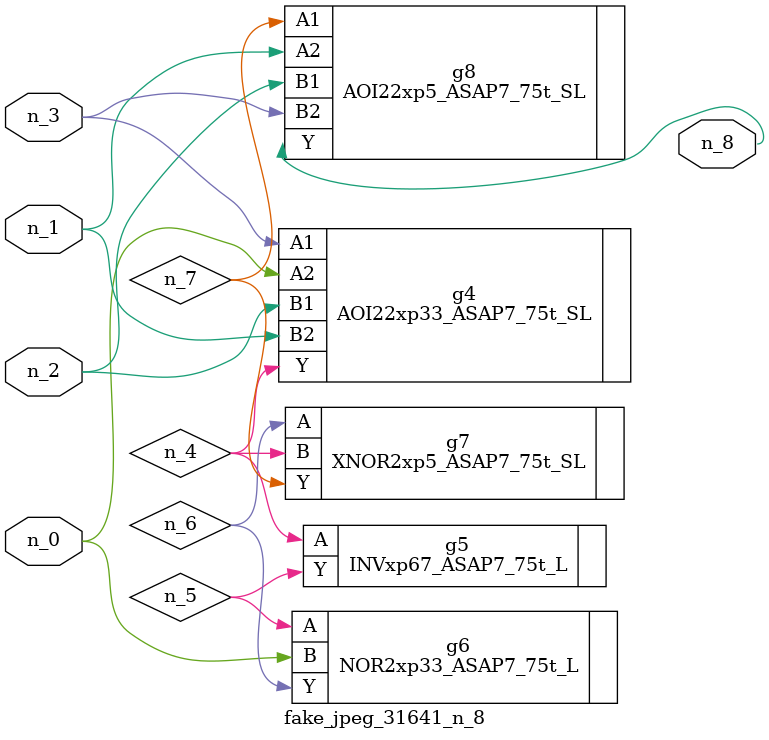
<source format=v>
module fake_jpeg_31641_n_8 (n_0, n_3, n_2, n_1, n_8);

input n_0;
input n_3;
input n_2;
input n_1;

output n_8;

wire n_4;
wire n_6;
wire n_5;
wire n_7;

AOI22xp33_ASAP7_75t_SL g4 ( 
.A1(n_3),
.A2(n_0),
.B1(n_2),
.B2(n_1),
.Y(n_4)
);

INVxp67_ASAP7_75t_L g5 ( 
.A(n_4),
.Y(n_5)
);

NOR2xp33_ASAP7_75t_L g6 ( 
.A(n_5),
.B(n_0),
.Y(n_6)
);

XNOR2xp5_ASAP7_75t_SL g7 ( 
.A(n_6),
.B(n_4),
.Y(n_7)
);

AOI22xp5_ASAP7_75t_SL g8 ( 
.A1(n_7),
.A2(n_1),
.B1(n_2),
.B2(n_3),
.Y(n_8)
);


endmodule
</source>
